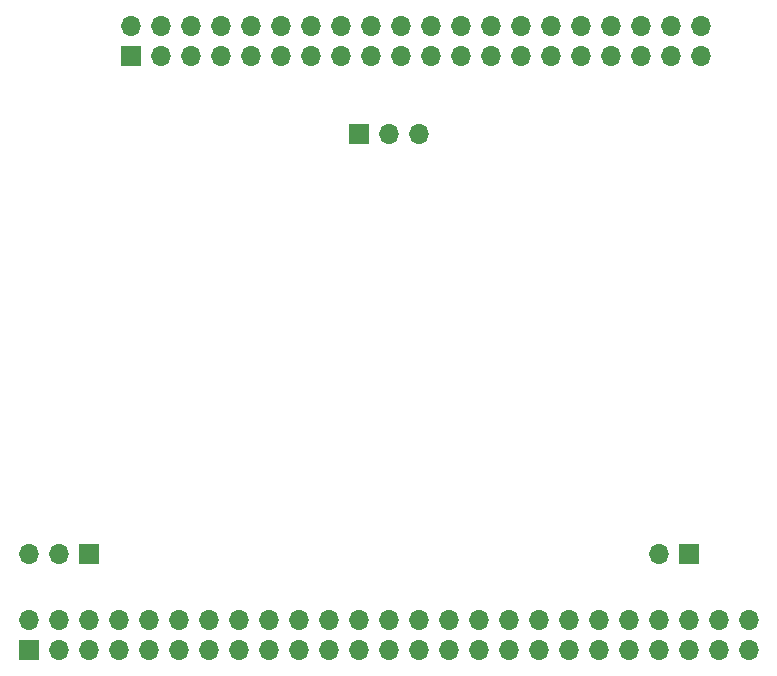
<source format=gbr>
%TF.GenerationSoftware,KiCad,Pcbnew,8.0.5*%
%TF.CreationDate,2024-10-04T15:41:35-04:00*%
%TF.ProjectId,MSX Adapter,4d535820-4164-4617-9074-65722e6b6963,rev?*%
%TF.SameCoordinates,Original*%
%TF.FileFunction,Soldermask,Top*%
%TF.FilePolarity,Negative*%
%FSLAX46Y46*%
G04 Gerber Fmt 4.6, Leading zero omitted, Abs format (unit mm)*
G04 Created by KiCad (PCBNEW 8.0.5) date 2024-10-04 15:41:35*
%MOMM*%
%LPD*%
G01*
G04 APERTURE LIST*
%ADD10R,1.700000X1.700000*%
%ADD11O,1.700000X1.700000*%
G04 APERTURE END LIST*
D10*
%TO.C,U1*%
X68580000Y-120396000D03*
D11*
X68580000Y-117856000D03*
X71120000Y-120396000D03*
X71120000Y-117856000D03*
X73660000Y-120396000D03*
X73660000Y-117856000D03*
X76200000Y-120396000D03*
X76200000Y-117856000D03*
X78740000Y-120396000D03*
X78740000Y-117856000D03*
X81280000Y-120396000D03*
X81280000Y-117856000D03*
X83820000Y-120396000D03*
X83820000Y-117856000D03*
X86360000Y-120396000D03*
X86360000Y-117856000D03*
X88900000Y-120396000D03*
X88900000Y-117856000D03*
X91440000Y-120396000D03*
X91440000Y-117856000D03*
X93980000Y-120396000D03*
X93980000Y-117856000D03*
X96520000Y-120396000D03*
X96520000Y-117856000D03*
X99060000Y-120396000D03*
X99060000Y-117856000D03*
X101600000Y-120396000D03*
X101600000Y-117856000D03*
X104140000Y-120396000D03*
X104140000Y-117856000D03*
X106680000Y-120396000D03*
X106680000Y-117856000D03*
X109220000Y-120396000D03*
X109220000Y-117856000D03*
X111760000Y-120396000D03*
X111760000Y-117856000D03*
X114300000Y-120396000D03*
X114300000Y-117856000D03*
X116840000Y-120396000D03*
X116840000Y-117856000D03*
X119380000Y-120396000D03*
X119380000Y-117856000D03*
X121920000Y-120396000D03*
X121920000Y-117856000D03*
X124460000Y-120396000D03*
X124460000Y-117856000D03*
X127000000Y-120396000D03*
X127000000Y-117856000D03*
X129540000Y-120396000D03*
X129540000Y-117856000D03*
%TD*%
D10*
%TO.C,J4*%
X96520000Y-76708000D03*
D11*
X99060000Y-76708000D03*
X101600000Y-76708000D03*
%TD*%
D10*
%TO.C,J2*%
X124460000Y-112268000D03*
D11*
X121920000Y-112268000D03*
%TD*%
D10*
%TO.C,J3*%
X73660000Y-112268000D03*
D11*
X71120000Y-112268000D03*
X68580000Y-112268000D03*
%TD*%
D10*
%TO.C,J1*%
X77216000Y-70104000D03*
D11*
X77216000Y-67564000D03*
X79756000Y-70104000D03*
X79756000Y-67564000D03*
X82296000Y-70104000D03*
X82296000Y-67564000D03*
X84836000Y-70104000D03*
X84836000Y-67564000D03*
X87376000Y-70104000D03*
X87376000Y-67564000D03*
X89916000Y-70104000D03*
X89916000Y-67564000D03*
X92456000Y-70104000D03*
X92456000Y-67564000D03*
X94996000Y-70104000D03*
X94996000Y-67564000D03*
X97536000Y-70104000D03*
X97536000Y-67564000D03*
X100076000Y-70104000D03*
X100076000Y-67564000D03*
X102616000Y-70104000D03*
X102616000Y-67564000D03*
X105156000Y-70104000D03*
X105156000Y-67564000D03*
X107696000Y-70104000D03*
X107696000Y-67564000D03*
X110236000Y-70104000D03*
X110236000Y-67564000D03*
X112776000Y-70104000D03*
X112776000Y-67564000D03*
X115316000Y-70104000D03*
X115316000Y-67564000D03*
X117856000Y-70104000D03*
X117856000Y-67564000D03*
X120396000Y-70104000D03*
X120396000Y-67564000D03*
X122936000Y-70104000D03*
X122936000Y-67564000D03*
X125476000Y-70104000D03*
X125476000Y-67564000D03*
%TD*%
M02*

</source>
